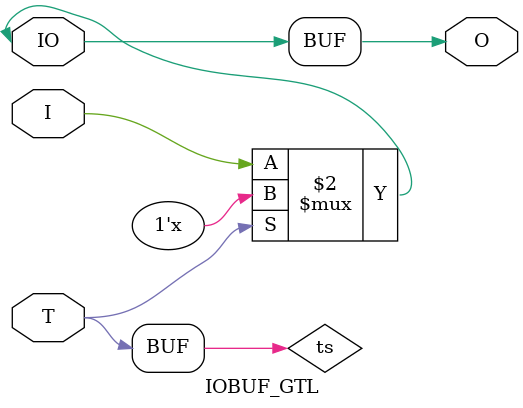
<source format=v>

/*

FUNCTION    : INPUT TRI-STATE OUTPUT BUFFER

*/

`celldefine
`timescale  100 ps / 10 ps

module IOBUF_GTL (O, IO, I, T);

    output O;

    inout  IO;

    input  I, T;

    or O1 (ts, 1'b0, T);
    bufif0 T1 (IO, I, ts);

    buf B1 (O, IO);

endmodule

</source>
